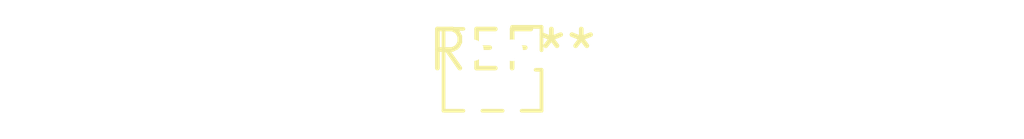
<source format=kicad_pcb>
(kicad_pcb (version 20240108) (generator pcbnew)
  (layers (0 "F.Cu" signal) (31 "B.Cu" signal) (34 "B.Paste" user) (35 "F.Paste" user) (36 "B.SilkS" user "B.Silkscreen") (37 "F.SilkS" user "F.Silkscreen") (38 "B.Mask" user) (39 "F.Mask" user) (44 "Edge.Cuts" user))
  (net 0 "")
  (footprint "PinSocket_2x02_P1.27mm_Vertical" (layer "F.Cu") (at 0 0)
    (property "Reference" "REF**")
    (property "Value" "PinSocket_2x02_P1.27mm_Vertical")
    (fp_line (start -2.22 -0.695) (end -2.22 1.965) (layer "F.SilkS") (stroke (width 0.12)))
    (fp_line (start -2.22 -0.695) (end -1.57753 -0.695) (layer "F.SilkS") (stroke (width 0.12)))
    (fp_line (start -2.22 1.965) (end -1.57753 1.965) (layer "F.SilkS") (stroke (width 0.12)))
    (fp_line (start -0.96247 -0.695) (end -0.76 -0.695) (layer "F.SilkS") (stroke (width 0.12)))
    (fp_line (start -0.96247 1.965) (end -0.30753 1.965) (layer "F.SilkS") (stroke (width 0.12)))
    (fp_line (start 0 -0.76) (end 0.95 -0.76) (layer "F.SilkS") (stroke (width 0.12)))
    (fp_line (start 0.30753 1.965) (end 0.95 1.965) (layer "F.SilkS") (stroke (width 0.12)))
    (fp_line (start 0.76 0.635) (end 0.95 0.635) (layer "F.SilkS") (stroke (width 0.12)))
    (fp_line (start 0.95 -0.76) (end 0.95 0) (layer "F.SilkS") (stroke (width 0.12)))
    (fp_line (start 0.95 0.635) (end 0.95 1.965) (layer "F.SilkS") (stroke (width 0.12)))
    (pad "1" thru_hole rect (at 0 0) (size 1 1) (drill 0.7) (layers *.Cu *.Mask) (remove_unused_layers))
    (pad "2" thru_hole oval (at -1.27 0) (size 1 1) (drill 0.7) (layers *.Cu *.Mask) (remove_unused_layers))
    (pad "3" thru_hole oval (at 0 1.27) (size 1 1) (drill 0.7) (layers *.Cu *.Mask) (remove_unused_layers))
    (pad "4" thru_hole oval (at -1.27 1.27) (size 1 1) (drill 0.7) (layers *.Cu *.Mask) (remove_unused_layers))
  )
)
</source>
